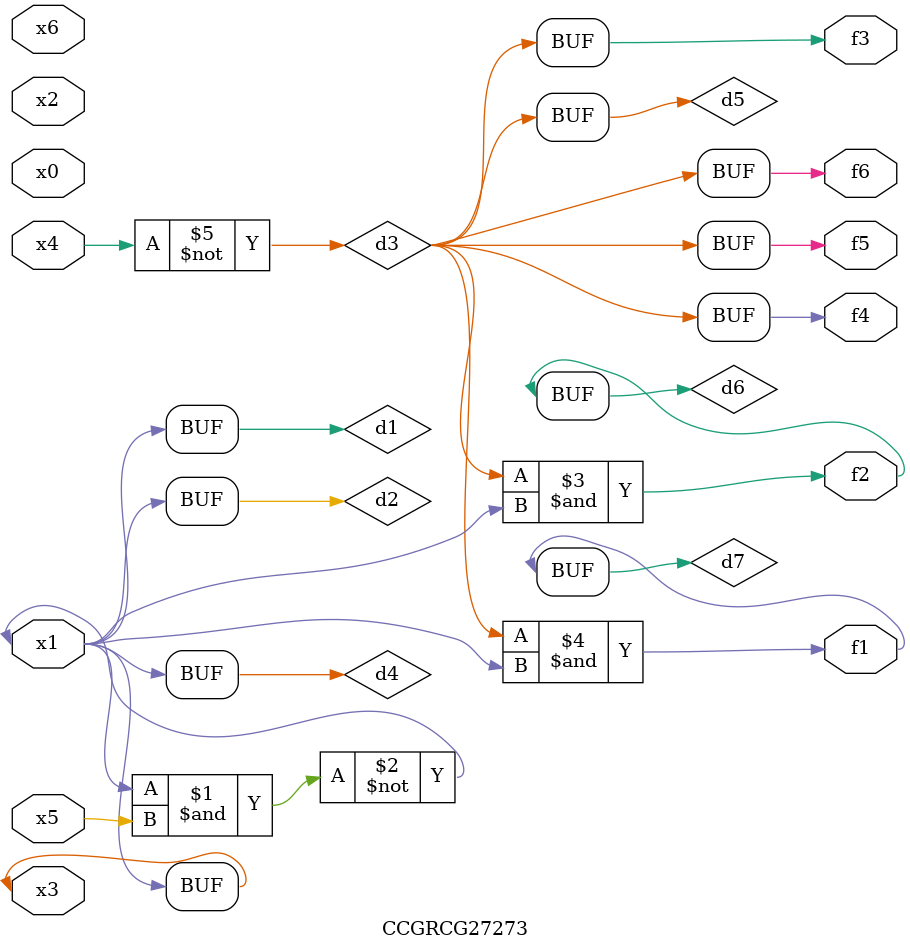
<source format=v>
module CCGRCG27273(
	input x0, x1, x2, x3, x4, x5, x6,
	output f1, f2, f3, f4, f5, f6
);

	wire d1, d2, d3, d4, d5, d6, d7;

	buf (d1, x1, x3);
	nand (d2, x1, x5);
	not (d3, x4);
	buf (d4, d1, d2);
	buf (d5, d3);
	and (d6, d3, d4);
	and (d7, d3, d4);
	assign f1 = d7;
	assign f2 = d6;
	assign f3 = d5;
	assign f4 = d5;
	assign f5 = d5;
	assign f6 = d5;
endmodule

</source>
